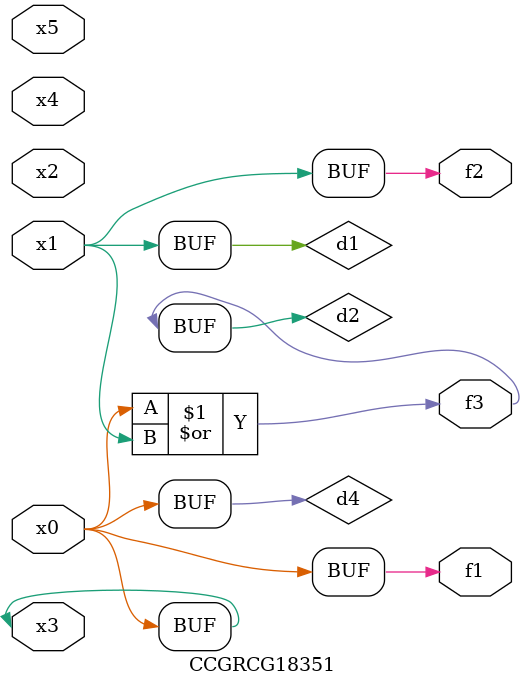
<source format=v>
module CCGRCG18351(
	input x0, x1, x2, x3, x4, x5,
	output f1, f2, f3
);

	wire d1, d2, d3, d4;

	and (d1, x1);
	or (d2, x0, x1);
	nand (d3, x0, x5);
	buf (d4, x0, x3);
	assign f1 = d4;
	assign f2 = d1;
	assign f3 = d2;
endmodule

</source>
